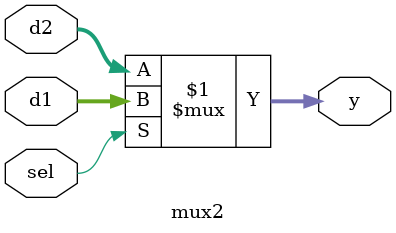
<source format=v>
module mux2 #(parameter WIDTH = 4)
    (
    input  [WIDTH - 1:0] d1,
    input  [WIDTH - 1:0] d2,
    input  sel,
    output [WIDTH - 1:0] y
    );

    assign y = sel ? d1: d2;

endmodule

</source>
